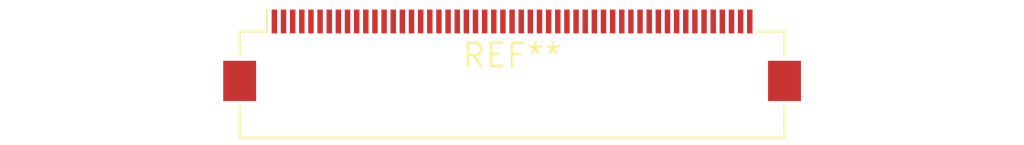
<source format=kicad_pcb>
(kicad_pcb (version 20240108) (generator pcbnew)
  (layers (0 "F.Cu" signal) (31 "B.Cu" signal) (34 "B.Paste" user) (35 "F.Paste" user) (36 "B.SilkS" user "B.Silkscreen") (37 "F.SilkS" user "F.Silkscreen") (38 "B.Mask" user) (39 "F.Mask" user) (44 "Edge.Cuts" user))
  (net 0 "")
  (footprint "Hirose_FH12-53S-0.5SH_1x53-1MP_P0.50mm_Horizontal" (layer "F.Cu") (at 0 0)
    (property "Reference" "REF**")
    (property "Value" "Hirose_FH12-53S-0.5SH_1x53-1MP_P0.50mm_Horizontal")
    (fp_line (start -14.9 -1.3) (end -14.9 0.04) (layer "F.SilkS") (stroke (width 0.12)))
    (fp_line (start -14.9 2.76) (end -14.9 4.5) (layer "F.SilkS") (stroke (width 0.12)))
    (fp_line (start -14.9 4.5) (end 14.9 4.5) (layer "F.SilkS") (stroke (width 0.12)))
    (fp_line (start -13.41 -1.3) (end -14.9 -1.3) (layer "F.SilkS") (stroke (width 0.12)))
    (fp_line (start -13.41 -1.3) (end -13.41 -2.5) (layer "F.SilkS") (stroke (width 0.12)))
    (fp_line (start 13.41 -1.3) (end 14.9 -1.3) (layer "F.SilkS") (stroke (width 0.12)))
    (fp_line (start 14.9 -1.3) (end 14.9 0.04) (layer "F.SilkS") (stroke (width 0.12)))
    (fp_line (start 14.9 4.5) (end 14.9 2.76) (layer "F.SilkS") (stroke (width 0.12)))
    (pad "1" smd rect (at -13 -1.85) (size 0.3 1.3) (layers "F.Cu" "F.Paste" "F.Mask"))
    (pad "2" smd rect (at -12.5 -1.85) (size 0.3 1.3) (layers "F.Cu" "F.Paste" "F.Mask"))
    (pad "3" smd rect (at -12 -1.85) (size 0.3 1.3) (layers "F.Cu" "F.Paste" "F.Mask"))
    (pad "4" smd rect (at -11.5 -1.85) (size 0.3 1.3) (layers "F.Cu" "F.Paste" "F.Mask"))
    (pad "5" smd rect (at -11 -1.85) (size 0.3 1.3) (layers "F.Cu" "F.Paste" "F.Mask"))
    (pad "6" smd rect (at -10.5 -1.85) (size 0.3 1.3) (layers "F.Cu" "F.Paste" "F.Mask"))
    (pad "7" smd rect (at -10 -1.85) (size 0.3 1.3) (layers "F.Cu" "F.Paste" "F.Mask"))
    (pad "8" smd rect (at -9.5 -1.85) (size 0.3 1.3) (layers "F.Cu" "F.Paste" "F.Mask"))
    (pad "9" smd rect (at -9 -1.85) (size 0.3 1.3) (layers "F.Cu" "F.Paste" "F.Mask"))
    (pad "10" smd rect (at -8.5 -1.85) (size 0.3 1.3) (layers "F.Cu" "F.Paste" "F.Mask"))
    (pad "11" smd rect (at -8 -1.85) (size 0.3 1.3) (layers "F.Cu" "F.Paste" "F.Mask"))
    (pad "12" smd rect (at -7.5 -1.85) (size 0.3 1.3) (layers "F.Cu" "F.Paste" "F.Mask"))
    (pad "13" smd rect (at -7 -1.85) (size 0.3 1.3) (layers "F.Cu" "F.Paste" "F.Mask"))
    (pad "14" smd rect (at -6.5 -1.85) (size 0.3 1.3) (layers "F.Cu" "F.Paste" "F.Mask"))
    (pad "15" smd rect (at -6 -1.85) (size 0.3 1.3) (layers "F.Cu" "F.Paste" "F.Mask"))
    (pad "16" smd rect (at -5.5 -1.85) (size 0.3 1.3) (layers "F.Cu" "F.Paste" "F.Mask"))
    (pad "17" smd rect (at -5 -1.85) (size 0.3 1.3) (layers "F.Cu" "F.Paste" "F.Mask"))
    (pad "18" smd rect (at -4.5 -1.85) (size 0.3 1.3) (layers "F.Cu" "F.Paste" "F.Mask"))
    (pad "19" smd rect (at -4 -1.85) (size 0.3 1.3) (layers "F.Cu" "F.Paste" "F.Mask"))
    (pad "20" smd rect (at -3.5 -1.85) (size 0.3 1.3) (layers "F.Cu" "F.Paste" "F.Mask"))
    (pad "21" smd rect (at -3 -1.85) (size 0.3 1.3) (layers "F.Cu" "F.Paste" "F.Mask"))
    (pad "22" smd rect (at -2.5 -1.85) (size 0.3 1.3) (layers "F.Cu" "F.Paste" "F.Mask"))
    (pad "23" smd rect (at -2 -1.85) (size 0.3 1.3) (layers "F.Cu" "F.Paste" "F.Mask"))
    (pad "24" smd rect (at -1.5 -1.85) (size 0.3 1.3) (layers "F.Cu" "F.Paste" "F.Mask"))
    (pad "25" smd rect (at -1 -1.85) (size 0.3 1.3) (layers "F.Cu" "F.Paste" "F.Mask"))
    (pad "26" smd rect (at -0.5 -1.85) (size 0.3 1.3) (layers "F.Cu" "F.Paste" "F.Mask"))
    (pad "27" smd rect (at 0 -1.85) (size 0.3 1.3) (layers "F.Cu" "F.Paste" "F.Mask"))
    (pad "28" smd rect (at 0.5 -1.85) (size 0.3 1.3) (layers "F.Cu" "F.Paste" "F.Mask"))
    (pad "29" smd rect (at 1 -1.85) (size 0.3 1.3) (layers "F.Cu" "F.Paste" "F.Mask"))
    (pad "30" smd rect (at 1.5 -1.85) (size 0.3 1.3) (layers "F.Cu" "F.Paste" "F.Mask"))
    (pad "31" smd rect (at 2 -1.85) (size 0.3 1.3) (layers "F.Cu" "F.Paste" "F.Mask"))
    (pad "32" smd rect (at 2.5 -1.85) (size 0.3 1.3) (layers "F.Cu" "F.Paste" "F.Mask"))
    (pad "33" smd rect (at 3 -1.85) (size 0.3 1.3) (layers "F.Cu" "F.Paste" "F.Mask"))
    (pad "34" smd rect (at 3.5 -1.85) (size 0.3 1.3) (layers "F.Cu" "F.Paste" "F.Mask"))
    (pad "35" smd rect (at 4 -1.85) (size 0.3 1.3) (layers "F.Cu" "F.Paste" "F.Mask"))
    (pad "36" smd rect (at 4.5 -1.85) (size 0.3 1.3) (layers "F.Cu" "F.Paste" "F.Mask"))
    (pad "37" smd rect (at 5 -1.85) (size 0.3 1.3) (layers "F.Cu" "F.Paste" "F.Mask"))
    (pad "38" smd rect (at 5.5 -1.85) (size 0.3 1.3) (layers "F.Cu" "F.Paste" "F.Mask"))
    (pad "39" smd rect (at 6 -1.85) (size 0.3 1.3) (layers "F.Cu" "F.Paste" "F.Mask"))
    (pad "40" smd rect (at 6.5 -1.85) (size 0.3 1.3) (layers "F.Cu" "F.Paste" "F.Mask"))
    (pad "41" smd rect (at 7 -1.85) (size 0.3 1.3) (layers "F.Cu" "F.Paste" "F.Mask"))
    (pad "42" smd rect (at 7.5 -1.85) (size 0.3 1.3) (layers "F.Cu" "F.Paste" "F.Mask"))
    (pad "43" smd rect (at 8 -1.85) (size 0.3 1.3) (layers "F.Cu" "F.Paste" "F.Mask"))
    (pad "44" smd rect (at 8.5 -1.85) (size 0.3 1.3) (layers "F.Cu" "F.Paste" "F.Mask"))
    (pad "45" smd rect (at 9 -1.85) (size 0.3 1.3) (layers "F.Cu" "F.Paste" "F.Mask"))
    (pad "46" smd rect (at 9.5 -1.85) (size 0.3 1.3) (layers "F.Cu" "F.Paste" "F.Mask"))
    (pad "47" smd rect (at 10 -1.85) (size 0.3 1.3) (layers "F.Cu" "F.Paste" "F.Mask"))
    (pad "48" smd rect (at 10.5 -1.85) (size 0.3 1.3) (layers "F.Cu" "F.Paste" "F.Mask"))
    (pad "49" smd rect (at 11 -1.85) (size 0.3 1.3) (layers "F.Cu" "F.Paste" "F.Mask"))
    (pad "50" smd rect (at 11.5 -1.85) (size 0.3 1.3) (layers "F.Cu" "F.Paste" "F.Mask"))
    (pad "51" smd rect (at 12 -1.85) (size 0.3 1.3) (layers "F.Cu" "F.Paste" "F.Mask"))
    (pad "52" smd rect (at 12.5 -1.85) (size 0.3 1.3) (layers "F.Cu" "F.Paste" "F.Mask"))
    (pad "53" smd rect (at 13 -1.85) (size 0.3 1.3) (layers "F.Cu" "F.Paste" "F.Mask"))
    (pad "MP" smd rect (at -14.9 1.4) (size 1.8 2.2) (layers "F.Cu" "F.Paste" "F.Mask"))
    (pad "MP" smd rect (at 14.9 1.4) (size 1.8 2.2) (layers "F.Cu" "F.Paste" "F.Mask"))
  )
)
</source>
